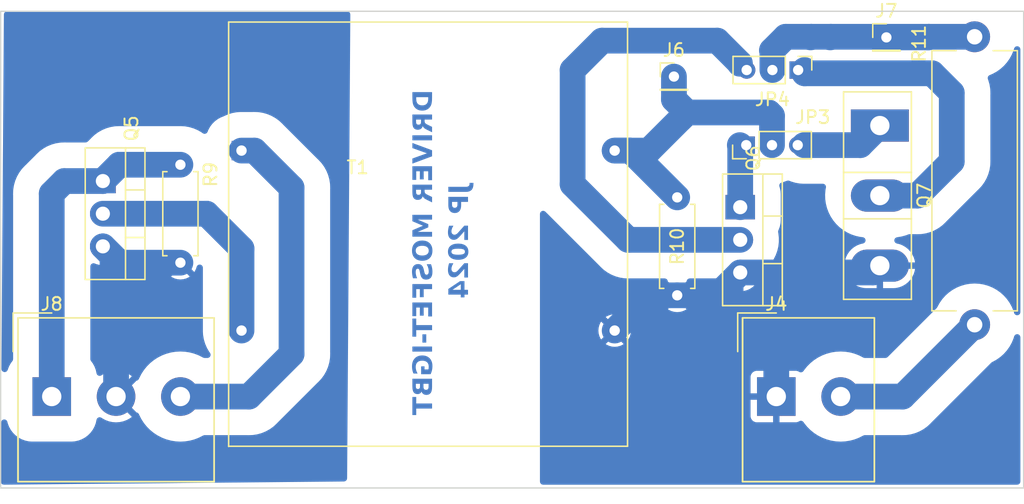
<source format=kicad_pcb>
(kicad_pcb (version 20221018) (generator pcbnew)
  (layers (0 "F.Cu" signal) (31 "B.Cu" signal) (34 "B.Paste" user) (35 "F.Paste" user) (36 "B.SilkS" user "B.Silkscreen") (37 "F.SilkS" user "F.Silkscreen") (38 "B.Mask" user) (39 "F.Mask" user) (44 "Edge.Cuts" user))
  (net 0 "")
  (net 1 "VCC")
  (net 2 "GND1")
  (net 3 "VDD")
  (net 4 "GND2")
  (net 5 "pwm1")
  (net 6 "Net-(JP3-A)")
  (net 7 "Net-(JP3-B)")
  (net 8 "Net-(JP4-A)")
  (net 9 "Net-(JP4-B)")
  (net 10 "Net-(Q5-D)")
  (net 11 "Net-(J6-Pin_1)")
  (net 12 "Net-(J7-Pin_1)")
  (footprint "Package_TO_SOT_THT:TO-247-3_Vertical" (layer "F.Cu") (at 165.608 35.052 -90)
    (fp_text reference "Q7" (at 5.45 -3.45 -90) (layer "F.SilkS"))
    (fp_text value "IRG4BC30")
    (fp_line (start -2.62 -2.451) (end -2.62 2.82) (stroke (width 0.12)) (layer "F.SilkS"))
    (fp_line (start -2.62 -2.451) (end 13.52 -2.451) (stroke (width 0.12)) (layer "F.SilkS"))
    (fp_line (start -2.62 2.82) (end 13.52 2.82) (stroke (width 0.12)) (layer "F.SilkS"))
    (fp_line (start 3.646 -2.451) (end 3.646 2.82) (stroke (width 0.12)) (layer "F.SilkS"))
    (fp_line (start 7.255 -2.451) (end 7.255 2.82) (stroke (width 0.12)) (layer "F.SilkS"))
    (fp_line (start 13.52 -2.451) (end 13.52 2.82) (stroke (width 0.12)) (layer "F.SilkS"))
    (pad "1" thru_hole rect (at 0 0 270) (size 2.5 4.5) (drill 1.5) (layers "*.Cu" "*.Mask") (net 7 "Net-(JP3-B)"))
    (pad "2" thru_hole oval (at 5.45 0 270) (size 2.5 4.5) (drill 1.5) (layers "*.Cu" "*.Mask") (net 8 "Net-(JP4-A)"))
    (pad "3" thru_hole oval (at 10.9 0 270) (size 2.5 4.5) (drill 1.5) (layers "*.Cu" "*.Mask") (net 4 "GND2"))
  )
  (footprint "Connector_PinHeader_2.00mm:PinHeader_1x01_P2.00mm_Vertical" (layer "F.Cu") (at 149.606 31.242)
    (fp_text reference "J6" (at 0 -2.06) (layer "F.SilkS"))
    (fp_text value "gate")
    (fp_line (start -1.06 -1.06) (end 0 -1.06) (stroke (width 0.12)) (layer "F.SilkS"))
    (fp_line (start -1.06 0) (end -1.06 -1.06) (stroke (width 0.12)) (layer "F.SilkS"))
    (fp_line (start -1.06 1) (end -1.06 1.06) (stroke (width 0.12)) (layer "F.SilkS"))
    (fp_line (start -1.06 1) (end 1.06 1) (stroke (width 0.12)) (layer "F.SilkS"))
    (fp_line (start -1.06 1.06) (end 1.06 1.06) (stroke (width 0.12)) (layer "F.SilkS"))
    (fp_line (start 1.06 1) (end 1.06 1.06) (stroke (width 0.12)) (layer "F.SilkS"))
    (pad "1" thru_hole rect (at 0 0) (size 1.35 1.35) (drill 0.8) (layers "*.Cu" "*.Mask") (net 11 "Net-(J6-Pin_1)"))
  )
  (footprint "Library:Transformer_Driver_IGBT_MOSFET" (layer "F.Cu") (at 130 42)
    (fp_text reference "T1" (at -4.97 -3.69) (layer "F.SilkS"))
    (fp_text value "1:1")
    (fp_line (start -15 -15) (end 16 -15) (stroke (width 0.12)) (layer "F.SilkS"))
    (fp_line (start -15 18.02) (end -15 -15) (stroke (width 0.12)) (layer "F.SilkS"))
    (fp_line (start 16 -15) (end 16 18) (stroke (width 0.12)) (layer "F.SilkS"))
    (fp_line (start 16 18) (end -15 18) (stroke (width 0.12)) (layer "F.SilkS"))
    (pad "1" thru_hole rect (at -14 -5) (size 1.52 1.52) (drill 0.81) (layers "*.Cu" "*.Mask") (net 1 "VCC"))
    (pad "2" thru_hole circle (at -14 9) (size 1.52 1.52) (drill 0.81) (layers "*.Cu" "*.Mask") (net 10 "Net-(Q5-D)"))
    (pad "3" thru_hole circle (at 15 9) (size 1.52 1.52) (drill 0.81) (layers "*.Cu" "*.Mask") (net 4 "GND2"))
    (pad "4" thru_hole circle (at 15 -5) (size 1.52 1.52) (drill 0.81) (layers "*.Cu" "*.Mask") (net 11 "Net-(J6-Pin_1)"))
  )
  (footprint "Resistor_THT:R_Axial_DIN0207_L6.3mm_D2.5mm_P7.62mm_Horizontal" (layer "F.Cu") (at 149.86 48.26 90)
    (fp_text reference "R10" (at 3.81 0 90) (layer "F.SilkS"))
    (fp_text value "100")
    (fp_line (start 0.54 -1.37) (end 7.08 -1.37) (stroke (width 0.12)) (layer "F.SilkS"))
    (fp_line (start 0.54 -1.04) (end 0.54 -1.37) (stroke (width 0.12)) (layer "F.SilkS"))
    (fp_line (start 0.54 1.04) (end 0.54 1.37) (stroke (width 0.12)) (layer "F.SilkS"))
    (fp_line (start 0.54 1.37) (end 7.08 1.37) (stroke (width 0.12)) (layer "F.SilkS"))
    (fp_line (start 7.08 -1.37) (end 7.08 -1.04) (stroke (width 0.12)) (layer "F.SilkS"))
    (fp_line (start 7.08 1.37) (end 7.08 1.04) (stroke (width 0.12)) (layer "F.SilkS"))
    (pad "1" thru_hole circle (at 0 0 90) (size 1.6 1.6) (drill 0.8) (layers "*.Cu" "*.Mask") (net 4 "GND2"))
    (pad "2" thru_hole oval (at 7.62 0 90) (size 1.6 1.6) (drill 0.8) (layers "*.Cu" "*.Mask") (net 11 "Net-(J6-Pin_1)"))
  )
  (footprint "Package_TO_SOT_THT:TO-220-3_Vertical" (layer "F.Cu") (at 154.757 41.402 -90)
    (fp_text reference "Q6" (at -3.81 -1.016 90) (layer "F.SilkS"))
    (fp_text value "IRF830")
    (fp_line (start -2.58 -3.27) (end -2.58 1.371) (stroke (width 0.12)) (layer "F.SilkS"))
    (fp_line (start -2.58 -3.27) (end 7.66 -3.27) (stroke (width 0.12)) (layer "F.SilkS"))
    (fp_line (start -2.58 -1.76) (end 7.66 -1.76) (stroke (width 0.12)) (layer "F.SilkS"))
    (fp_line (start -2.58 1.371) (end 7.66 1.371) (stroke (width 0.12)) (layer "F.SilkS"))
    (fp_line (start 0.69 -3.27) (end 0.69 -1.76) (stroke (width 0.12)) (layer "F.SilkS"))
    (fp_line (start 4.391 -3.27) (end 4.391 -1.76) (stroke (width 0.12)) (layer "F.SilkS"))
    (fp_line (start 7.66 -3.27) (end 7.66 1.371) (stroke (width 0.12)) (layer "F.SilkS"))
    (pad "1" thru_hole rect (at 0 0 270) (size 1.9 2.3) (drill 1.1) (layers "*.Cu" "*.Mask") (net 6 "Net-(JP3-A)"))
    (pad "2" thru_hole oval (at 2.54 0 270) (size 1.905 2) (drill 1.1) (layers "*.Cu" "*.Mask") (net 9 "Net-(JP4-B)"))
    (pad "3" thru_hole oval (at 5.08 0 270) (size 1.905 2) (drill 1.1) (layers "*.Cu" "*.Mask") (net 4 "GND2"))
  )
  (footprint "TerminalBlock_Altech:Altech_AK300_1x03_P5.00mm_45-Degree" (layer "F.Cu") (at 101.252 56.134)
    (fp_text reference "J8" (at 0 -7.2) (layer "F.SilkS"))
    (fp_text value "Conn_01x03")
    (fp_line (start -3 -6.5) (end 0 -6.5) (stroke (width 0.12)) (layer "F.SilkS"))
    (fp_line (start -3 -3.5) (end -3 -6.5) (stroke (width 0.12)) (layer "F.SilkS"))
    (fp_line (start -2.62 -6.12) (end -2.62 6.62) (stroke (width 0.12)) (layer "F.SilkS"))
    (fp_line (start -2.62 -6.12) (end -2.62 6.62) (stroke (width 0.12)) (layer "F.SilkS"))
    (fp_line (start -2.62 -6.12) (end 12.62 -6.12) (stroke (width 0.12)) (layer "F.SilkS"))
    (fp_line (start -2.62 -6.12) (end 12.62 -6.12) (stroke (width 0.12)) (layer "F.SilkS"))
    (fp_line (start -2.62 6.62) (end 12.62 6.62) (stroke (width 0.12)) (layer "F.SilkS"))
    (fp_line (start -2.62 6.62) (end 12.62 6.62) (stroke (width 0.12)) (layer "F.SilkS"))
    (fp_line (start 12.62 -6.12) (end 12.62 6.62) (stroke (width 0.12)) (layer "F.SilkS"))
    (fp_line (start 12.62 -6.12) (end 12.62 6.62) (stroke (width 0.12)) (layer "F.SilkS"))
    (pad "1" thru_hole rect (at 0 0) (size 3 3) (drill 1.5) (layers "*.Cu" "*.Mask") (net 5 "pwm1"))
    (pad "2" thru_hole circle (at 5 0) (size 3 3) (drill 1.5) (layers "*.Cu" "*.Mask") (net 2 "GND1"))
    (pad "3" thru_hole circle (at 10 0) (size 3 3) (drill 1.5) (layers "*.Cu" "*.Mask") (net 1 "VCC"))
  )
  (footprint "TerminalBlock_Altech:Altech_AK300_1x02_P5.00mm_45-Degree" (layer "F.Cu") (at 157.56 56.134)
    (fp_text reference "J4" (at 0 -7.2) (layer "F.SilkS"))
    (fp_text value "Conn_01x02")
    (fp_line (start -3 -6.5) (end 0 -6.5) (stroke (width 0.12)) (layer "F.SilkS"))
    (fp_line (start -3 -3.5) (end -3 -6.5) (stroke (width 0.12)) (layer "F.SilkS"))
    (fp_line (start -2.62 -6.12) (end -2.62 6.62) (stroke (width 0.12)) (layer "F.SilkS"))
    (fp_line (start -2.62 -6.12) (end -2.62 6.62) (stroke (width 0.12)) (layer "F.SilkS"))
    (fp_line (start -2.62 -6.12) (end 7.62 -6.12) (stroke (width 0.12)) (layer "F.SilkS"))
    (fp_line (start -2.62 -6.12) (end 7.62 -6.12) (stroke (width 0.12)) (layer "F.SilkS"))
    (fp_line (start -2.62 6.62) (end 7.62 6.62) (stroke (width 0.12)) (layer "F.SilkS"))
    (fp_line (start -2.62 6.62) (end 7.62 6.62) (stroke (width 0.12)) (layer "F.SilkS"))
    (fp_line (start 7.62 -6.12) (end 7.62 6.62) (stroke (width 0.12)) (layer "F.SilkS"))
    (fp_line (start 7.62 -6.12) (end 7.62 6.62) (stroke (width 0.12)) (layer "F.SilkS"))
    (pad "1" thru_hole rect (at 0 0) (size 3 3) (drill 1.5) (layers "*.Cu" "*.Mask") (net 4 "GND2"))
    (pad "2" thru_hole circle (at 5 0) (size 3 3) (drill 1.5) (layers "*.Cu" "*.Mask") (net 3 "VDD"))
  )
  (footprint "Connector_PinHeader_2.00mm:PinHeader_1x03_P2.00mm_Vertical" (layer "F.Cu") (at 159.258 30.734 -90)
    (fp_text reference "JP4" (at 2.286 2) (layer "F.SilkS"))
    (fp_text value "Jumper")
    (fp_line (start -1.06 -1.06) (end 0 -1.06) (stroke (width 0.12)) (layer "F.SilkS"))
    (fp_line (start -1.06 0) (end -1.06 -1.06) (stroke (width 0.12)) (layer "F.SilkS"))
    (fp_line (start -1.06 1) (end -1.06 5.06) (stroke (width 0.12)) (layer "F.SilkS"))
    (fp_line (start -1.06 1) (end 1.06 1) (stroke (width 0.12)) (layer "F.SilkS"))
    (fp_line (start -1.06 5.06) (end 1.06 5.06) (stroke (width 0.12)) (layer "F.SilkS"))
    (fp_line (start 1.06 1) (end 1.06 5.06) (stroke (width 0.12)) (layer "F.SilkS"))
    (pad "1" thru_hole rect (at 0 0 270) (size 1.35 1.35) (drill 0.8) (layers "*.Cu" "*.Mask") (net 8 "Net-(JP4-A)"))
    (pad "2" thru_hole oval (at 0 2 270) (size 1.35 1.35) (drill 0.8) (layers "*.Cu" "*.Mask") (net 12 "Net-(J7-Pin_1)"))
    (pad "3" thru_hole oval (at 0 4 270) (size 1.35 1.35) (drill 0.8) (layers "*.Cu" "*.Mask") (net 9 "Net-(JP4-B)"))
  )
  (footprint "Connector_PinHeader_2.00mm:PinHeader_1x01_P2.00mm_Vertical" (layer "F.Cu") (at 166.116 28.194)
    (fp_text reference "J7" (at 0 -2.06) (layer "F.SilkS"))
    (fp_text value "drenador")
    (fp_line (start -1.06 -1.06) (end 0 -1.06) (stroke (width 0.12)) (layer "F.SilkS"))
    (fp_line (start -1.06 0) (end -1.06 -1.06) (stroke (width 0.12)) (layer "F.SilkS"))
    (fp_line (start -1.06 1) (end -1.06 1.06) (stroke (width 0.12)) (layer "F.SilkS"))
    (fp_line (start -1.06 1) (end 1.06 1) (stroke (width 0.12)) (layer "F.SilkS"))
    (fp_line (start -1.06 1.06) (end 1.06 1.06) (stroke (width 0.12)) (layer "F.SilkS"))
    (fp_line (start 1.06 1) (end 1.06 1.06) (stroke (width 0.12)) (layer "F.SilkS"))
    (pad "1" thru_hole rect (at 0 0) (size 1.35 1.35) (drill 0.8) (layers "*.Cu" "*.Mask") (net 12 "Net-(J7-Pin_1)"))
  )
  (footprint "Package_TO_SOT_THT:TO-220-3_Vertical" (layer "F.Cu") (at 105.227 39.37 -90)
    (fp_text reference "Q5" (at -4.1 -2.225 90) (layer "F.SilkS"))
    (fp_text value "IRF830")
    (fp_line (start -2.58 -3.27) (end -2.58 1.371) (stroke (width 0.12)) (layer "F.SilkS"))
    (fp_line (start -2.58 -3.27) (end 7.66 -3.27) (stroke (width 0.12)) (layer "F.SilkS"))
    (fp_line (start -2.58 -1.76) (end 7.66 -1.76) (stroke (width 0.12)) (layer "F.SilkS"))
    (fp_line (start -2.58 1.371) (end 7.66 1.371) (stroke (width 0.12)) (layer "F.SilkS"))
    (fp_line (start 0.69 -3.27) (end 0.69 -1.76) (stroke (width 0.12)) (layer "F.SilkS"))
    (fp_line (start 4.391 -3.27) (end 4.391 -1.76) (stroke (width 0.12)) (layer "F.SilkS"))
    (fp_line (start 7.66 -3.27) (end 7.66 1.371) (stroke (width 0.12)) (layer "F.SilkS"))
    (pad "1" thru_hole rect (at 0 0 270) (size 1.905 2) (drill 1.1) (layers "*.Cu" "*.Mask") (net 5 "pwm1"))
    (pad "2" thru_hole oval (at 2.54 0 270) (size 1.905 2) (drill 1.1) (layers "*.Cu" "*.Mask") (net 10 "Net-(Q5-D)"))
    (pad "3" thru_hole oval (at 5.08 0 270) (size 1.905 2) (drill 1.1) (layers "*.Cu" "*.Mask") (net 2 "GND1"))
  )
  (footprint "Resistor_THT:R_Axial_Power_L20.0mm_W6.4mm_P22.40mm" (layer "F.Cu") (at 172.974 28.146 -90)
    (fp_text reference "R11" (at 0.532 4.318 -90) (layer "F.SilkS"))
    (fp_text value "10 ohm 5w")
    (fp_line (start 1.08 -3.32) (end 21.32 -3.32) (stroke (width 0.12)) (layer "F.SilkS"))
    (fp_line (start 1.08 -1.44) (end 1.08 -3.32) (stroke (width 0.12)) (layer "F.SilkS"))
    (fp_line (start 1.08 1.44) (end 1.08 3.32) (stroke (width 0.12)) (layer "F.SilkS"))
    (fp_line (start 1.08 3.32) (end 21.32 3.32) (stroke (width 0.12)) (layer "F.SilkS"))
    (fp_line (start 21.32 -3.32) (end 21.32 -1.44) (stroke (width 0.12)) (layer "F.SilkS"))
    (fp_line (start 21.32 3.32) (end 21.32 1.44) (stroke (width 0.12)) (layer "F.SilkS"))
    (pad "1" thru_hole circle (at 0 0 270) (size 2.4 2.4) (drill 1.2) (layers "*.Cu" "*.Mask") (net 12 "Net-(J7-Pin_1)"))
    (pad "2" thru_hole oval (at 22.4 0 270) (size 2.4 2.4) (drill 1.2) (layers "*.Cu" "*.Mask") (net 3 "VDD"))
  )
  (footprint "Resistor_THT:R_Axial_DIN0207_L6.3mm_D2.5mm_P7.62mm_Horizontal" (layer "F.Cu") (at 111.252 45.72 90)
    (fp_text reference "R9" (at 6.858 2.34 90) (layer "F.SilkS"))
    (fp_text value "1k")
    (fp_line (start 0.54 -1.37) (end 7.08 -1.37) (stroke (width 0.12)) (layer "F.SilkS"))
    (fp_line (start 0.54 -1.04) (end 0.54 -1.37) (stroke (width 0.12)) (layer "F.SilkS"))
    (fp_line (start 0.54 1.04) (end 0.54 1.37) (stroke (width 0.12)) (layer "F.SilkS"))
    (fp_line (start 0.54 1.37) (end 7.08 1.37) (stroke (width 0.12)) (layer "F.SilkS"))
    (fp_line (start 7.08 -1.37) (end 7.08 -1.04) (stroke (width 0.12)) (layer "F.SilkS"))
    (fp_line (start 7.08 1.37) (end 7.08 1.04) (stroke (width 0.12)) (layer "F.SilkS"))
    (pad "1" thru_hole circle (at 0 0 90) (size 1.6 1.6) (drill 0.8) (layers "*.Cu" "*.Mask") (net 2 "GND1"))
    (pad "2" thru_hole oval (at 7.62 0 90) (size 1.6 1.6) (drill 0.8) (layers "*.Cu" "*.Mask") (net 5 "pwm1"))
  )
  (footprint "Connector_PinHeader_2.00mm:PinHeader_1x03_P2.00mm_Vertical" (layer "F.Cu") (at 155.226 36.576 90)
    (fp_text reference "JP3" (at 2.172 5.17) (layer "F.SilkS"))
    (fp_text value "Jumper")
    (fp_line (start -1.06 -1.06) (end 0 -1.06) (stroke (width 0.12)) (layer "F.SilkS"))
    (fp_line (start -1.06 0) (end -1.06 -1.06) (stroke (width 0.12)) (layer "F.SilkS"))
    (fp_line (start -1.06 1) (end -1.06 5.06) (stroke (width 0.12)) (layer "F.SilkS"))
    (fp_line (start -1.06 1) (end 1.06 1) (stroke (width 0.12)) (layer "F.SilkS"))
    (fp_line (start -1.06 5.06) (end 1.06 5.06) (stroke (width 0.12)) (layer "F.SilkS"))
    (fp_line (start 1.06 1) (end 1.06 5.06) (stroke (width 0.12)) (layer "F.SilkS"))
    (pad "1" thru_hole rect (at 0 0 90) (size 1.35 1.35) (drill 0.8) (layers "*.Cu" "*.Mask") (net 6 "Net-(JP3-A)"))
    (pad "2" thru_hole oval (at 0 2 90) (size 1.35 1.35) (drill 0.8) (layers "*.Cu" "*.Mask") (net 11 "Net-(J6-Pin_1)"))
    (pad "3" thru_hole oval (at 0 4 90) (size 1.35 1.35) (drill 0.8) (layers "*.Cu" "*.Mask") (net 7 "Net-(JP3-B)"))
  )
  (gr_rect (start 97.282 26.162) (end 176.784 63.246) (stroke (width 0.1)) (fill none) (layer "Edge.Cuts"))
  (gr_text "JP 2024" (at 133.858 39.624 90) (layer "B.Cu") (effects (font (size 1.5 1.5) (thickness 0.3) bold) (justify left bottom mirror)))
  (gr_text "DRIVER MOSFET-IGBT" (at 131.064 32.258 90) (layer "B.Cu") (effects (font (size 1.5 1.5) (thickness 0.3) bold) (justify left bottom mirror)))
  (segment (start 119.888 39.878) (end 119.888 52.832) (width 2) (layer "B.Cu") (net 1))
  (segment (start 116 37) (end 117.01 37) (width 2) (layer "B.Cu") (net 1))
  (segment (start 116.586 56.134) (end 111.252 56.134) (width 2) (layer "B.Cu") (net 1))
  (segment (start 117.01 37) (end 119.888 39.878) (width 2) (layer "B.Cu") (net 1))
  (segment (start 119.888 52.832) (end 116.586 56.134) (width 2) (layer "B.Cu") (net 1))
  (segment (start 106.252 45.475) (end 105.227 44.45) (width 2) (layer "B.Cu") (net 2))
  (segment (start 106.252 56.134) (end 106.252 45.475) (width 2) (layer "B.Cu") (net 2))
  (segment (start 111.252 45.72) (end 106.497 45.72) (width 2) (layer "B.Cu") (net 2))
  (segment (start 106.497 45.72) (end 105.227 44.45) (width 2) (layer "B.Cu") (net 2))
  (segment (start 162.56 56.134) (end 167.386 56.134) (width 2) (layer "B.Cu") (net 3))
  (segment (start 167.386 56.134) (end 172.974 50.546) (width 2) (layer "B.Cu") (net 3))
  (segment (start 152.979 48.26) (end 154.757 46.482) (width 2) (layer "B.Cu") (net 4))
  (segment (start 157.56 56.134) (end 157.56 52.841) (width 2) (layer "B.Cu") (net 4))
  (segment (start 154.757 46.482) (end 165.078 46.482) (width 2) (layer "B.Cu") (net 4))
  (segment (start 149.86 48.26) (end 147.74 48.26) (width 2) (layer "B.Cu") (net 4))
  (segment (start 149.86 48.26) (end 152.979 48.26) (width 2) (layer "B.Cu") (net 4))
  (segment (start 165.078 46.482) (end 165.608 45.952) (width 2) (layer "B.Cu") (net 4))
  (segment (start 157.56 52.841) (end 152.979 48.26) (width 2) (layer "B.Cu") (net 4))
  (segment (start 147.74 48.26) (end 145 51) (width 2) (layer "B.Cu") (net 4))
  (segment (start 102.227 39.37) (end 105.227 39.37) (width 2) (layer "B.Cu") (net 5))
  (segment (start 111.252 38.1) (end 106.497 38.1) (width 2) (layer "B.Cu") (net 5))
  (segment (start 101.252 40.345) (end 102.227 39.37) (width 2) (layer "B.Cu") (net 5))
  (segment (start 101.252 56.134) (end 101.252 40.345) (width 2) (layer "B.Cu") (net 5))
  (segment (start 106.497 38.1) (end 105.227 39.37) (width 2) (layer "B.Cu") (net 5))
  (segment (start 154.757 41.402) (end 154.757 36.607) (width 2) (layer "B.Cu") (net 6))
  (segment (start 154.757 36.607) (end 154.726 36.576) (width 2) (layer "B.Cu") (net 6))
  (segment (start 164.084 36.576) (end 159.726 36.576) (width 2) (layer "B.Cu") (net 7))
  (segment (start 165.608 35.052) (end 164.084 36.576) (width 2) (layer "B.Cu") (net 7))
  (segment (start 171.196 37.846) (end 171.196 32.512) (width 2) (layer "B.Cu") (net 8))
  (segment (start 169.672 30.988) (end 159.758 30.988) (width 2) (layer "B.Cu") (net 8))
  (segment (start 159.758 30.988) (end 159.758 30.734) (width 2) (layer "B.Cu") (net 8))
  (segment (start 168.54 40.502) (end 171.196 37.846) (width 2) (layer "B.Cu") (net 8))
  (segment (start 171.196 32.512) (end 169.672 30.988) (width 2) (layer "B.Cu") (net 8))
  (segment (start 165.608 40.502) (end 168.54 40.502) (width 2) (layer "B.Cu") (net 8))
  (segment (start 152.972 28.448) (end 154.726 30.202) (width 2) (layer "B.Cu") (net 9))
  (segment (start 154.726 30.202) (end 154.726 30.245534) (width 2) (layer "B.Cu") (net 9))
  (segment (start 146.05 43.942) (end 141.732 39.624) (width 2) (layer "B.Cu") (net 9))
  (segment (start 144.018 28.448) (end 152.972 28.448) (width 2) (layer "B.Cu") (net 9))
  (segment (start 141.732 30.734) (end 144.018 28.448) (width 2) (layer "B.Cu") (net 9))
  (segment (start 154.757 43.942) (end 146.05 43.942) (width 2) (layer "B.Cu") (net 9))
  (segment (start 141.732 39.624) (end 141.732 30.734) (width 2) (layer "B.Cu") (net 9))
  (segment (start 105.227 41.91) (end 113.284 41.91) (width 2) (layer "B.Cu") (net 10))
  (segment (start 116 44.626) (end 113.284 41.91) (width 2) (layer "B.Cu") (net 10))
  (segment (start 116 51) (end 116 44.626) (width 2) (layer "B.Cu") (net 10))
  (segment (start 145 37) (end 146.22 37) (width 2) (layer "B.Cu") (net 11))
  (segment (start 157.226 34.29) (end 157.226 36.576) (width 2) (layer "B.Cu") (net 11))
  (segment (start 147.658 37) (end 150.622 34.036) (width 2) (layer "B.Cu") (net 11))
  (segment (start 150.622 34.036) (end 156.972 34.036) (width 2) (layer "B.Cu") (net 11))
  (segment (start 149.606 31.242) (end 149.606 33.02) (width 2) (layer "B.Cu") (net 11))
  (segment (start 150.114 34.544) (end 150.622 34.036) (width 2) (layer "B.Cu") (net 11))
  (segment (start 149.606 33.02) (end 150.622 34.036) (width 2) (layer "B.Cu") (net 11))
  (segment (start 146.22 37) (end 149.86 40.64) (width 2) (layer "B.Cu") (net 11))
  (segment (start 156.972 34.036) (end 157.226 34.29) (width 2) (layer "B.Cu") (net 11))
  (segment (start 145 37) (end 147.658 37) (width 2) (layer "B.Cu") (net 11))
  (segment (start 169.418 28.146) (end 161.798 28.146) (width 2) (layer "B.Cu") (net 12))
  (segment (start 166.116 28.194) (end 169.37 28.194) (width 2) (layer "B.Cu") (net 12))
  (segment (start 158.29 28.146) (end 157.226 29.21) (width 2) (layer "B.Cu") (net 12))
  (segment (start 172.974 28.146) (end 169.418 28.146) (width 2) (layer "B.Cu") (net 12))
  (segment (start 157.226 29.21) (end 157.258 29.242) (width 2) (layer "B.Cu") (net 12))
  (segment (start 161.798 28.146) (end 160.274 28.146) (width 2) (layer "B.Cu") (net 12))
  (segment (start 160.274 28.146) (end 158.29 28.146) (width 2) (layer "B.Cu") (net 12))
  (segment (start 157.258 29.242) (end 157.258 30.734) (width 2) (layer "B.Cu") (net 12))
  (segment (start 161.75 28.194) (end 161.798 28.146) (width 2) (layer "B.Cu") (net 12))
  (segment (start 169.37 28.194) (end 169.418 28.146) (width 2) (layer "B.Cu") (net 12))
  (segment (start 160.226 28.194) (end 160.274 28.146) (width 2) (layer "B.Cu") (net 12))
  (zone (net 2) (net_name "GND1") (layer "B.Cu") (connect_pads (clearance 2)) (min_thickness 0.5) (fill yes (thermal_gap 0.5) (thermal_bridge_width 0.5))
    (polygon (pts (xy 97.536 26.162) (xy 124.46 25.908) (xy 124.206 62.738) (xy 97.282 62.992)))
  )
  (zone (net 4) (net_name "GND2") (layer "B.Cu") (priority 1) (connect_pads (clearance 2)) (min_thickness 0.5) (fill yes (thermal_gap 0.5) (thermal_bridge_width 0.5))
    (polygon (pts (xy 176.53 26.416) (xy 176.53 62.992) (xy 139.192 62.992) (xy 139.192 26.416)))
  )
)
</source>
